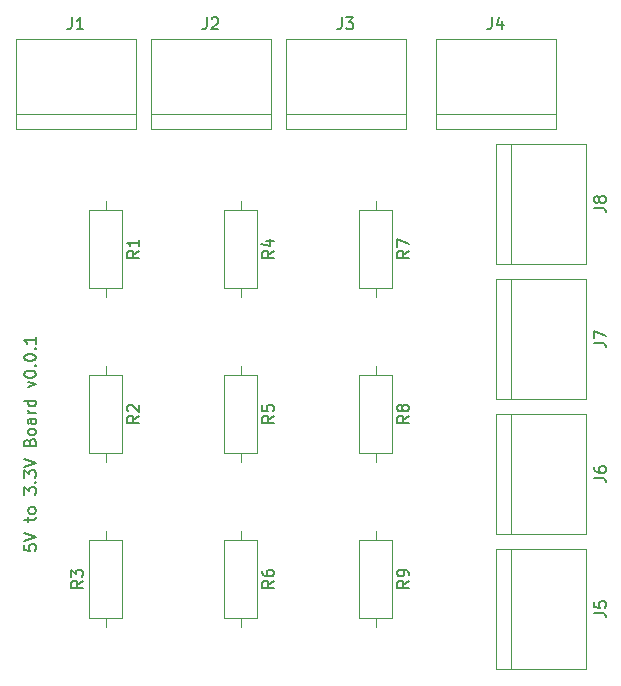
<source format=gbr>
%TF.GenerationSoftware,KiCad,Pcbnew,(5.1.10)-1*%
%TF.CreationDate,2021-11-07T09:24:00-08:00*%
%TF.ProjectId,encoder_5v_to_3v,656e636f-6465-4725-9f35-765f746f5f33,rev?*%
%TF.SameCoordinates,Original*%
%TF.FileFunction,Legend,Top*%
%TF.FilePolarity,Positive*%
%FSLAX46Y46*%
G04 Gerber Fmt 4.6, Leading zero omitted, Abs format (unit mm)*
G04 Created by KiCad (PCBNEW (5.1.10)-1) date 2021-11-07 09:24:00*
%MOMM*%
%LPD*%
G01*
G04 APERTURE LIST*
%ADD10C,0.150000*%
%ADD11C,0.120000*%
G04 APERTURE END LIST*
D10*
X90892380Y-119013809D02*
X90892380Y-119490000D01*
X91368571Y-119537619D01*
X91320952Y-119490000D01*
X91273333Y-119394761D01*
X91273333Y-119156666D01*
X91320952Y-119061428D01*
X91368571Y-119013809D01*
X91463809Y-118966190D01*
X91701904Y-118966190D01*
X91797142Y-119013809D01*
X91844761Y-119061428D01*
X91892380Y-119156666D01*
X91892380Y-119394761D01*
X91844761Y-119490000D01*
X91797142Y-119537619D01*
X90892380Y-118680476D02*
X91892380Y-118347142D01*
X90892380Y-118013809D01*
X91225714Y-117061428D02*
X91225714Y-116680476D01*
X90892380Y-116918571D02*
X91749523Y-116918571D01*
X91844761Y-116870952D01*
X91892380Y-116775714D01*
X91892380Y-116680476D01*
X91892380Y-116204285D02*
X91844761Y-116299523D01*
X91797142Y-116347142D01*
X91701904Y-116394761D01*
X91416190Y-116394761D01*
X91320952Y-116347142D01*
X91273333Y-116299523D01*
X91225714Y-116204285D01*
X91225714Y-116061428D01*
X91273333Y-115966190D01*
X91320952Y-115918571D01*
X91416190Y-115870952D01*
X91701904Y-115870952D01*
X91797142Y-115918571D01*
X91844761Y-115966190D01*
X91892380Y-116061428D01*
X91892380Y-116204285D01*
X90892380Y-114775714D02*
X90892380Y-114156666D01*
X91273333Y-114490000D01*
X91273333Y-114347142D01*
X91320952Y-114251904D01*
X91368571Y-114204285D01*
X91463809Y-114156666D01*
X91701904Y-114156666D01*
X91797142Y-114204285D01*
X91844761Y-114251904D01*
X91892380Y-114347142D01*
X91892380Y-114632857D01*
X91844761Y-114728095D01*
X91797142Y-114775714D01*
X91797142Y-113728095D02*
X91844761Y-113680476D01*
X91892380Y-113728095D01*
X91844761Y-113775714D01*
X91797142Y-113728095D01*
X91892380Y-113728095D01*
X90892380Y-113347142D02*
X90892380Y-112728095D01*
X91273333Y-113061428D01*
X91273333Y-112918571D01*
X91320952Y-112823333D01*
X91368571Y-112775714D01*
X91463809Y-112728095D01*
X91701904Y-112728095D01*
X91797142Y-112775714D01*
X91844761Y-112823333D01*
X91892380Y-112918571D01*
X91892380Y-113204285D01*
X91844761Y-113299523D01*
X91797142Y-113347142D01*
X90892380Y-112442380D02*
X91892380Y-112109047D01*
X90892380Y-111775714D01*
X91368571Y-110347142D02*
X91416190Y-110204285D01*
X91463809Y-110156666D01*
X91559047Y-110109047D01*
X91701904Y-110109047D01*
X91797142Y-110156666D01*
X91844761Y-110204285D01*
X91892380Y-110299523D01*
X91892380Y-110680476D01*
X90892380Y-110680476D01*
X90892380Y-110347142D01*
X90940000Y-110251904D01*
X90987619Y-110204285D01*
X91082857Y-110156666D01*
X91178095Y-110156666D01*
X91273333Y-110204285D01*
X91320952Y-110251904D01*
X91368571Y-110347142D01*
X91368571Y-110680476D01*
X91892380Y-109537619D02*
X91844761Y-109632857D01*
X91797142Y-109680476D01*
X91701904Y-109728095D01*
X91416190Y-109728095D01*
X91320952Y-109680476D01*
X91273333Y-109632857D01*
X91225714Y-109537619D01*
X91225714Y-109394761D01*
X91273333Y-109299523D01*
X91320952Y-109251904D01*
X91416190Y-109204285D01*
X91701904Y-109204285D01*
X91797142Y-109251904D01*
X91844761Y-109299523D01*
X91892380Y-109394761D01*
X91892380Y-109537619D01*
X91892380Y-108347142D02*
X91368571Y-108347142D01*
X91273333Y-108394761D01*
X91225714Y-108490000D01*
X91225714Y-108680476D01*
X91273333Y-108775714D01*
X91844761Y-108347142D02*
X91892380Y-108442380D01*
X91892380Y-108680476D01*
X91844761Y-108775714D01*
X91749523Y-108823333D01*
X91654285Y-108823333D01*
X91559047Y-108775714D01*
X91511428Y-108680476D01*
X91511428Y-108442380D01*
X91463809Y-108347142D01*
X91892380Y-107870952D02*
X91225714Y-107870952D01*
X91416190Y-107870952D02*
X91320952Y-107823333D01*
X91273333Y-107775714D01*
X91225714Y-107680476D01*
X91225714Y-107585238D01*
X91892380Y-106823333D02*
X90892380Y-106823333D01*
X91844761Y-106823333D02*
X91892380Y-106918571D01*
X91892380Y-107109047D01*
X91844761Y-107204285D01*
X91797142Y-107251904D01*
X91701904Y-107299523D01*
X91416190Y-107299523D01*
X91320952Y-107251904D01*
X91273333Y-107204285D01*
X91225714Y-107109047D01*
X91225714Y-106918571D01*
X91273333Y-106823333D01*
X91225714Y-105680476D02*
X91892380Y-105442380D01*
X91225714Y-105204285D01*
X90892380Y-104632857D02*
X90892380Y-104537619D01*
X90940000Y-104442380D01*
X90987619Y-104394761D01*
X91082857Y-104347142D01*
X91273333Y-104299523D01*
X91511428Y-104299523D01*
X91701904Y-104347142D01*
X91797142Y-104394761D01*
X91844761Y-104442380D01*
X91892380Y-104537619D01*
X91892380Y-104632857D01*
X91844761Y-104728095D01*
X91797142Y-104775714D01*
X91701904Y-104823333D01*
X91511428Y-104870952D01*
X91273333Y-104870952D01*
X91082857Y-104823333D01*
X90987619Y-104775714D01*
X90940000Y-104728095D01*
X90892380Y-104632857D01*
X91797142Y-103870952D02*
X91844761Y-103823333D01*
X91892380Y-103870952D01*
X91844761Y-103918571D01*
X91797142Y-103870952D01*
X91892380Y-103870952D01*
X90892380Y-103204285D02*
X90892380Y-103109047D01*
X90940000Y-103013809D01*
X90987619Y-102966190D01*
X91082857Y-102918571D01*
X91273333Y-102870952D01*
X91511428Y-102870952D01*
X91701904Y-102918571D01*
X91797142Y-102966190D01*
X91844761Y-103013809D01*
X91892380Y-103109047D01*
X91892380Y-103204285D01*
X91844761Y-103299523D01*
X91797142Y-103347142D01*
X91701904Y-103394761D01*
X91511428Y-103442380D01*
X91273333Y-103442380D01*
X91082857Y-103394761D01*
X90987619Y-103347142D01*
X90940000Y-103299523D01*
X90892380Y-103204285D01*
X91797142Y-102442380D02*
X91844761Y-102394761D01*
X91892380Y-102442380D01*
X91844761Y-102490000D01*
X91797142Y-102442380D01*
X91892380Y-102442380D01*
X91892380Y-101442380D02*
X91892380Y-102013809D01*
X91892380Y-101728095D02*
X90892380Y-101728095D01*
X91035238Y-101823333D01*
X91130476Y-101918571D01*
X91178095Y-102013809D01*
D11*
%TO.C,R1*%
X97790000Y-98020000D02*
X97790000Y-97250000D01*
X97790000Y-89940000D02*
X97790000Y-90710000D01*
X99160000Y-97250000D02*
X99160000Y-90710000D01*
X96420000Y-97250000D02*
X99160000Y-97250000D01*
X96420000Y-90710000D02*
X96420000Y-97250000D01*
X99160000Y-90710000D02*
X96420000Y-90710000D01*
%TO.C,R9*%
X120650000Y-125960000D02*
X120650000Y-125190000D01*
X120650000Y-117880000D02*
X120650000Y-118650000D01*
X122020000Y-125190000D02*
X122020000Y-118650000D01*
X119280000Y-125190000D02*
X122020000Y-125190000D01*
X119280000Y-118650000D02*
X119280000Y-125190000D01*
X122020000Y-118650000D02*
X119280000Y-118650000D01*
%TO.C,R8*%
X120650000Y-111990000D02*
X120650000Y-111220000D01*
X120650000Y-103910000D02*
X120650000Y-104680000D01*
X122020000Y-111220000D02*
X122020000Y-104680000D01*
X119280000Y-111220000D02*
X122020000Y-111220000D01*
X119280000Y-104680000D02*
X119280000Y-111220000D01*
X122020000Y-104680000D02*
X119280000Y-104680000D01*
%TO.C,R7*%
X120650000Y-98020000D02*
X120650000Y-97250000D01*
X120650000Y-89940000D02*
X120650000Y-90710000D01*
X122020000Y-97250000D02*
X122020000Y-90710000D01*
X119280000Y-97250000D02*
X122020000Y-97250000D01*
X119280000Y-90710000D02*
X119280000Y-97250000D01*
X122020000Y-90710000D02*
X119280000Y-90710000D01*
%TO.C,R6*%
X109220000Y-125960000D02*
X109220000Y-125190000D01*
X109220000Y-117880000D02*
X109220000Y-118650000D01*
X110590000Y-125190000D02*
X110590000Y-118650000D01*
X107850000Y-125190000D02*
X110590000Y-125190000D01*
X107850000Y-118650000D02*
X107850000Y-125190000D01*
X110590000Y-118650000D02*
X107850000Y-118650000D01*
%TO.C,R5*%
X109220000Y-111990000D02*
X109220000Y-111220000D01*
X109220000Y-103910000D02*
X109220000Y-104680000D01*
X110590000Y-111220000D02*
X110590000Y-104680000D01*
X107850000Y-111220000D02*
X110590000Y-111220000D01*
X107850000Y-104680000D02*
X107850000Y-111220000D01*
X110590000Y-104680000D02*
X107850000Y-104680000D01*
%TO.C,R4*%
X109220000Y-98020000D02*
X109220000Y-97250000D01*
X109220000Y-89940000D02*
X109220000Y-90710000D01*
X110590000Y-97250000D02*
X110590000Y-90710000D01*
X107850000Y-97250000D02*
X110590000Y-97250000D01*
X107850000Y-90710000D02*
X107850000Y-97250000D01*
X110590000Y-90710000D02*
X107850000Y-90710000D01*
%TO.C,R3*%
X97790000Y-117880000D02*
X97790000Y-118650000D01*
X97790000Y-125960000D02*
X97790000Y-125190000D01*
X96420000Y-118650000D02*
X96420000Y-125190000D01*
X99160000Y-118650000D02*
X96420000Y-118650000D01*
X99160000Y-125190000D02*
X99160000Y-118650000D01*
X96420000Y-125190000D02*
X99160000Y-125190000D01*
%TO.C,R2*%
X97790000Y-111990000D02*
X97790000Y-111220000D01*
X97790000Y-103910000D02*
X97790000Y-104680000D01*
X99160000Y-111220000D02*
X99160000Y-104680000D01*
X96420000Y-111220000D02*
X99160000Y-111220000D01*
X96420000Y-104680000D02*
X96420000Y-111220000D01*
X99160000Y-104680000D02*
X96420000Y-104680000D01*
%TO.C,J1*%
X90170000Y-83820000D02*
X100330000Y-83820000D01*
X90170000Y-76200000D02*
X90170000Y-83820000D01*
X100330000Y-76200000D02*
X90170000Y-76200000D01*
X100330000Y-83820000D02*
X100330000Y-76200000D01*
X100330000Y-82550000D02*
X90170000Y-82550000D01*
%TO.C,J2*%
X111760000Y-82550000D02*
X101600000Y-82550000D01*
X111760000Y-83820000D02*
X111760000Y-76200000D01*
X111760000Y-76200000D02*
X101600000Y-76200000D01*
X101600000Y-76200000D02*
X101600000Y-83820000D01*
X101600000Y-83820000D02*
X111760000Y-83820000D01*
%TO.C,J3*%
X113030000Y-83820000D02*
X123190000Y-83820000D01*
X113030000Y-76200000D02*
X113030000Y-83820000D01*
X123190000Y-76200000D02*
X113030000Y-76200000D01*
X123190000Y-83820000D02*
X123190000Y-76200000D01*
X123190000Y-82550000D02*
X113030000Y-82550000D01*
%TO.C,J4*%
X125730000Y-83820000D02*
X135890000Y-83820000D01*
X125730000Y-76200000D02*
X125730000Y-83820000D01*
X135890000Y-76200000D02*
X125730000Y-76200000D01*
X135890000Y-83820000D02*
X135890000Y-76200000D01*
X135890000Y-82550000D02*
X125730000Y-82550000D01*
%TO.C,J5*%
X132080000Y-129540000D02*
X132080000Y-119380000D01*
X130810000Y-129540000D02*
X138430000Y-129540000D01*
X138430000Y-129540000D02*
X138430000Y-119380000D01*
X138430000Y-119380000D02*
X130810000Y-119380000D01*
X130810000Y-119380000D02*
X130810000Y-129540000D01*
%TO.C,J6*%
X130810000Y-107950000D02*
X130810000Y-118110000D01*
X138430000Y-107950000D02*
X130810000Y-107950000D01*
X138430000Y-118110000D02*
X138430000Y-107950000D01*
X130810000Y-118110000D02*
X138430000Y-118110000D01*
X132080000Y-118110000D02*
X132080000Y-107950000D01*
%TO.C,J7*%
X132080000Y-106680000D02*
X132080000Y-96520000D01*
X130810000Y-106680000D02*
X138430000Y-106680000D01*
X138430000Y-106680000D02*
X138430000Y-96520000D01*
X138430000Y-96520000D02*
X130810000Y-96520000D01*
X130810000Y-96520000D02*
X130810000Y-106680000D01*
%TO.C,J8*%
X130810000Y-85090000D02*
X130810000Y-95250000D01*
X138430000Y-85090000D02*
X130810000Y-85090000D01*
X138430000Y-95250000D02*
X138430000Y-85090000D01*
X130810000Y-95250000D02*
X138430000Y-95250000D01*
X132080000Y-95250000D02*
X132080000Y-85090000D01*
%TO.C,R1*%
D10*
X100612380Y-94146666D02*
X100136190Y-94480000D01*
X100612380Y-94718095D02*
X99612380Y-94718095D01*
X99612380Y-94337142D01*
X99660000Y-94241904D01*
X99707619Y-94194285D01*
X99802857Y-94146666D01*
X99945714Y-94146666D01*
X100040952Y-94194285D01*
X100088571Y-94241904D01*
X100136190Y-94337142D01*
X100136190Y-94718095D01*
X100612380Y-93194285D02*
X100612380Y-93765714D01*
X100612380Y-93480000D02*
X99612380Y-93480000D01*
X99755238Y-93575238D01*
X99850476Y-93670476D01*
X99898095Y-93765714D01*
%TO.C,R9*%
X123472380Y-122086666D02*
X122996190Y-122420000D01*
X123472380Y-122658095D02*
X122472380Y-122658095D01*
X122472380Y-122277142D01*
X122520000Y-122181904D01*
X122567619Y-122134285D01*
X122662857Y-122086666D01*
X122805714Y-122086666D01*
X122900952Y-122134285D01*
X122948571Y-122181904D01*
X122996190Y-122277142D01*
X122996190Y-122658095D01*
X123472380Y-121610476D02*
X123472380Y-121420000D01*
X123424761Y-121324761D01*
X123377142Y-121277142D01*
X123234285Y-121181904D01*
X123043809Y-121134285D01*
X122662857Y-121134285D01*
X122567619Y-121181904D01*
X122520000Y-121229523D01*
X122472380Y-121324761D01*
X122472380Y-121515238D01*
X122520000Y-121610476D01*
X122567619Y-121658095D01*
X122662857Y-121705714D01*
X122900952Y-121705714D01*
X122996190Y-121658095D01*
X123043809Y-121610476D01*
X123091428Y-121515238D01*
X123091428Y-121324761D01*
X123043809Y-121229523D01*
X122996190Y-121181904D01*
X122900952Y-121134285D01*
%TO.C,R8*%
X123472380Y-108116666D02*
X122996190Y-108450000D01*
X123472380Y-108688095D02*
X122472380Y-108688095D01*
X122472380Y-108307142D01*
X122520000Y-108211904D01*
X122567619Y-108164285D01*
X122662857Y-108116666D01*
X122805714Y-108116666D01*
X122900952Y-108164285D01*
X122948571Y-108211904D01*
X122996190Y-108307142D01*
X122996190Y-108688095D01*
X122900952Y-107545238D02*
X122853333Y-107640476D01*
X122805714Y-107688095D01*
X122710476Y-107735714D01*
X122662857Y-107735714D01*
X122567619Y-107688095D01*
X122520000Y-107640476D01*
X122472380Y-107545238D01*
X122472380Y-107354761D01*
X122520000Y-107259523D01*
X122567619Y-107211904D01*
X122662857Y-107164285D01*
X122710476Y-107164285D01*
X122805714Y-107211904D01*
X122853333Y-107259523D01*
X122900952Y-107354761D01*
X122900952Y-107545238D01*
X122948571Y-107640476D01*
X122996190Y-107688095D01*
X123091428Y-107735714D01*
X123281904Y-107735714D01*
X123377142Y-107688095D01*
X123424761Y-107640476D01*
X123472380Y-107545238D01*
X123472380Y-107354761D01*
X123424761Y-107259523D01*
X123377142Y-107211904D01*
X123281904Y-107164285D01*
X123091428Y-107164285D01*
X122996190Y-107211904D01*
X122948571Y-107259523D01*
X122900952Y-107354761D01*
%TO.C,R7*%
X123472380Y-94146666D02*
X122996190Y-94480000D01*
X123472380Y-94718095D02*
X122472380Y-94718095D01*
X122472380Y-94337142D01*
X122520000Y-94241904D01*
X122567619Y-94194285D01*
X122662857Y-94146666D01*
X122805714Y-94146666D01*
X122900952Y-94194285D01*
X122948571Y-94241904D01*
X122996190Y-94337142D01*
X122996190Y-94718095D01*
X122472380Y-93813333D02*
X122472380Y-93146666D01*
X123472380Y-93575238D01*
%TO.C,R6*%
X112042380Y-122086666D02*
X111566190Y-122420000D01*
X112042380Y-122658095D02*
X111042380Y-122658095D01*
X111042380Y-122277142D01*
X111090000Y-122181904D01*
X111137619Y-122134285D01*
X111232857Y-122086666D01*
X111375714Y-122086666D01*
X111470952Y-122134285D01*
X111518571Y-122181904D01*
X111566190Y-122277142D01*
X111566190Y-122658095D01*
X111042380Y-121229523D02*
X111042380Y-121420000D01*
X111090000Y-121515238D01*
X111137619Y-121562857D01*
X111280476Y-121658095D01*
X111470952Y-121705714D01*
X111851904Y-121705714D01*
X111947142Y-121658095D01*
X111994761Y-121610476D01*
X112042380Y-121515238D01*
X112042380Y-121324761D01*
X111994761Y-121229523D01*
X111947142Y-121181904D01*
X111851904Y-121134285D01*
X111613809Y-121134285D01*
X111518571Y-121181904D01*
X111470952Y-121229523D01*
X111423333Y-121324761D01*
X111423333Y-121515238D01*
X111470952Y-121610476D01*
X111518571Y-121658095D01*
X111613809Y-121705714D01*
%TO.C,R5*%
X112042380Y-108116666D02*
X111566190Y-108450000D01*
X112042380Y-108688095D02*
X111042380Y-108688095D01*
X111042380Y-108307142D01*
X111090000Y-108211904D01*
X111137619Y-108164285D01*
X111232857Y-108116666D01*
X111375714Y-108116666D01*
X111470952Y-108164285D01*
X111518571Y-108211904D01*
X111566190Y-108307142D01*
X111566190Y-108688095D01*
X111042380Y-107211904D02*
X111042380Y-107688095D01*
X111518571Y-107735714D01*
X111470952Y-107688095D01*
X111423333Y-107592857D01*
X111423333Y-107354761D01*
X111470952Y-107259523D01*
X111518571Y-107211904D01*
X111613809Y-107164285D01*
X111851904Y-107164285D01*
X111947142Y-107211904D01*
X111994761Y-107259523D01*
X112042380Y-107354761D01*
X112042380Y-107592857D01*
X111994761Y-107688095D01*
X111947142Y-107735714D01*
%TO.C,R4*%
X112042380Y-94146666D02*
X111566190Y-94480000D01*
X112042380Y-94718095D02*
X111042380Y-94718095D01*
X111042380Y-94337142D01*
X111090000Y-94241904D01*
X111137619Y-94194285D01*
X111232857Y-94146666D01*
X111375714Y-94146666D01*
X111470952Y-94194285D01*
X111518571Y-94241904D01*
X111566190Y-94337142D01*
X111566190Y-94718095D01*
X111375714Y-93289523D02*
X112042380Y-93289523D01*
X110994761Y-93527619D02*
X111709047Y-93765714D01*
X111709047Y-93146666D01*
%TO.C,R3*%
X95872380Y-122086666D02*
X95396190Y-122420000D01*
X95872380Y-122658095D02*
X94872380Y-122658095D01*
X94872380Y-122277142D01*
X94920000Y-122181904D01*
X94967619Y-122134285D01*
X95062857Y-122086666D01*
X95205714Y-122086666D01*
X95300952Y-122134285D01*
X95348571Y-122181904D01*
X95396190Y-122277142D01*
X95396190Y-122658095D01*
X94872380Y-121753333D02*
X94872380Y-121134285D01*
X95253333Y-121467619D01*
X95253333Y-121324761D01*
X95300952Y-121229523D01*
X95348571Y-121181904D01*
X95443809Y-121134285D01*
X95681904Y-121134285D01*
X95777142Y-121181904D01*
X95824761Y-121229523D01*
X95872380Y-121324761D01*
X95872380Y-121610476D01*
X95824761Y-121705714D01*
X95777142Y-121753333D01*
%TO.C,R2*%
X100612380Y-108116666D02*
X100136190Y-108450000D01*
X100612380Y-108688095D02*
X99612380Y-108688095D01*
X99612380Y-108307142D01*
X99660000Y-108211904D01*
X99707619Y-108164285D01*
X99802857Y-108116666D01*
X99945714Y-108116666D01*
X100040952Y-108164285D01*
X100088571Y-108211904D01*
X100136190Y-108307142D01*
X100136190Y-108688095D01*
X99707619Y-107735714D02*
X99660000Y-107688095D01*
X99612380Y-107592857D01*
X99612380Y-107354761D01*
X99660000Y-107259523D01*
X99707619Y-107211904D01*
X99802857Y-107164285D01*
X99898095Y-107164285D01*
X100040952Y-107211904D01*
X100612380Y-107783333D01*
X100612380Y-107164285D01*
%TO.C,J1*%
X94916666Y-74382380D02*
X94916666Y-75096666D01*
X94869047Y-75239523D01*
X94773809Y-75334761D01*
X94630952Y-75382380D01*
X94535714Y-75382380D01*
X95916666Y-75382380D02*
X95345238Y-75382380D01*
X95630952Y-75382380D02*
X95630952Y-74382380D01*
X95535714Y-74525238D01*
X95440476Y-74620476D01*
X95345238Y-74668095D01*
%TO.C,J2*%
X106346666Y-74382380D02*
X106346666Y-75096666D01*
X106299047Y-75239523D01*
X106203809Y-75334761D01*
X106060952Y-75382380D01*
X105965714Y-75382380D01*
X106775238Y-74477619D02*
X106822857Y-74430000D01*
X106918095Y-74382380D01*
X107156190Y-74382380D01*
X107251428Y-74430000D01*
X107299047Y-74477619D01*
X107346666Y-74572857D01*
X107346666Y-74668095D01*
X107299047Y-74810952D01*
X106727619Y-75382380D01*
X107346666Y-75382380D01*
%TO.C,J3*%
X117776666Y-74382380D02*
X117776666Y-75096666D01*
X117729047Y-75239523D01*
X117633809Y-75334761D01*
X117490952Y-75382380D01*
X117395714Y-75382380D01*
X118157619Y-74382380D02*
X118776666Y-74382380D01*
X118443333Y-74763333D01*
X118586190Y-74763333D01*
X118681428Y-74810952D01*
X118729047Y-74858571D01*
X118776666Y-74953809D01*
X118776666Y-75191904D01*
X118729047Y-75287142D01*
X118681428Y-75334761D01*
X118586190Y-75382380D01*
X118300476Y-75382380D01*
X118205238Y-75334761D01*
X118157619Y-75287142D01*
%TO.C,J4*%
X130476666Y-74382380D02*
X130476666Y-75096666D01*
X130429047Y-75239523D01*
X130333809Y-75334761D01*
X130190952Y-75382380D01*
X130095714Y-75382380D01*
X131381428Y-74715714D02*
X131381428Y-75382380D01*
X131143333Y-74334761D02*
X130905238Y-75049047D01*
X131524285Y-75049047D01*
%TO.C,J5*%
X139152380Y-124793333D02*
X139866666Y-124793333D01*
X140009523Y-124840952D01*
X140104761Y-124936190D01*
X140152380Y-125079047D01*
X140152380Y-125174285D01*
X139152380Y-123840952D02*
X139152380Y-124317142D01*
X139628571Y-124364761D01*
X139580952Y-124317142D01*
X139533333Y-124221904D01*
X139533333Y-123983809D01*
X139580952Y-123888571D01*
X139628571Y-123840952D01*
X139723809Y-123793333D01*
X139961904Y-123793333D01*
X140057142Y-123840952D01*
X140104761Y-123888571D01*
X140152380Y-123983809D01*
X140152380Y-124221904D01*
X140104761Y-124317142D01*
X140057142Y-124364761D01*
%TO.C,J6*%
X139152380Y-113363333D02*
X139866666Y-113363333D01*
X140009523Y-113410952D01*
X140104761Y-113506190D01*
X140152380Y-113649047D01*
X140152380Y-113744285D01*
X139152380Y-112458571D02*
X139152380Y-112649047D01*
X139200000Y-112744285D01*
X139247619Y-112791904D01*
X139390476Y-112887142D01*
X139580952Y-112934761D01*
X139961904Y-112934761D01*
X140057142Y-112887142D01*
X140104761Y-112839523D01*
X140152380Y-112744285D01*
X140152380Y-112553809D01*
X140104761Y-112458571D01*
X140057142Y-112410952D01*
X139961904Y-112363333D01*
X139723809Y-112363333D01*
X139628571Y-112410952D01*
X139580952Y-112458571D01*
X139533333Y-112553809D01*
X139533333Y-112744285D01*
X139580952Y-112839523D01*
X139628571Y-112887142D01*
X139723809Y-112934761D01*
%TO.C,J7*%
X139152380Y-101933333D02*
X139866666Y-101933333D01*
X140009523Y-101980952D01*
X140104761Y-102076190D01*
X140152380Y-102219047D01*
X140152380Y-102314285D01*
X139152380Y-101552380D02*
X139152380Y-100885714D01*
X140152380Y-101314285D01*
%TO.C,J8*%
X139152380Y-90503333D02*
X139866666Y-90503333D01*
X140009523Y-90550952D01*
X140104761Y-90646190D01*
X140152380Y-90789047D01*
X140152380Y-90884285D01*
X139580952Y-89884285D02*
X139533333Y-89979523D01*
X139485714Y-90027142D01*
X139390476Y-90074761D01*
X139342857Y-90074761D01*
X139247619Y-90027142D01*
X139200000Y-89979523D01*
X139152380Y-89884285D01*
X139152380Y-89693809D01*
X139200000Y-89598571D01*
X139247619Y-89550952D01*
X139342857Y-89503333D01*
X139390476Y-89503333D01*
X139485714Y-89550952D01*
X139533333Y-89598571D01*
X139580952Y-89693809D01*
X139580952Y-89884285D01*
X139628571Y-89979523D01*
X139676190Y-90027142D01*
X139771428Y-90074761D01*
X139961904Y-90074761D01*
X140057142Y-90027142D01*
X140104761Y-89979523D01*
X140152380Y-89884285D01*
X140152380Y-89693809D01*
X140104761Y-89598571D01*
X140057142Y-89550952D01*
X139961904Y-89503333D01*
X139771428Y-89503333D01*
X139676190Y-89550952D01*
X139628571Y-89598571D01*
X139580952Y-89693809D01*
%TD*%
M02*

</source>
